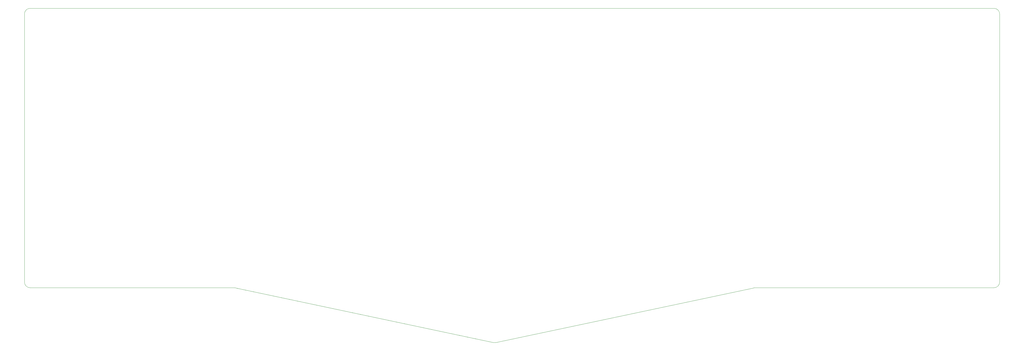
<source format=gbr>
%TF.GenerationSoftware,KiCad,Pcbnew,9.0.3*%
%TF.CreationDate,2025-08-01T16:02:48+05:00*%
%TF.ProjectId,Ayumu62,4179756d-7536-4322-9e6b-696361645f70,rev?*%
%TF.SameCoordinates,Original*%
%TF.FileFunction,Profile,NP*%
%FSLAX46Y46*%
G04 Gerber Fmt 4.6, Leading zero omitted, Abs format (unit mm)*
G04 Created by KiCad (PCBNEW 9.0.3) date 2025-08-01 16:02:48*
%MOMM*%
%LPD*%
G01*
G04 APERTURE LIST*
%TA.AperFunction,Profile*%
%ADD10C,0.050000*%
%TD*%
G04 APERTURE END LIST*
D10*
X217605436Y-194212260D02*
G75*
G02*
X216773792Y-194212266I-415836J1956260D01*
G01*
X54190000Y-173170637D02*
X54190000Y-80015637D01*
X56190000Y-175170637D02*
G75*
G02*
X54189963Y-173170637I0J2000037D01*
G01*
X307400207Y-175170637D02*
X390272500Y-175170637D01*
X56190000Y-78015637D02*
X390272500Y-78015637D01*
X392272500Y-80015637D02*
X392272500Y-173170637D01*
X54190000Y-80015637D02*
G75*
G02*
X56190000Y-78015600I2000000J37D01*
G01*
X56190000Y-175170637D02*
X126979792Y-175170637D01*
X126979792Y-175170637D02*
G75*
G02*
X127395615Y-175214341I8J-1999963D01*
G01*
X390272500Y-78015637D02*
G75*
G02*
X392272463Y-80015637I0J-1999963D01*
G01*
X217605436Y-194212260D02*
X306984387Y-175214341D01*
X127395615Y-175214342D02*
X216773793Y-194212259D01*
X392272500Y-173170637D02*
G75*
G02*
X390272500Y-175170700I-2000100J37D01*
G01*
X306984387Y-175214341D02*
G75*
G02*
X307400207Y-175170638I415813J-1956259D01*
G01*
M02*

</source>
